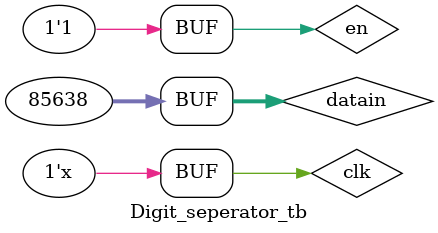
<source format=v>
`timescale 1ns / 1ps
module Digit_seperator(
    input clk,
    input en,
    input [31:0] datain,
    output dataout
    );

    reg [31:0] data1;
    reg [31:0] data2;
    reg [31:0] data3;
    reg [31:0] data4;
    
    reg [31:0] g1;
    reg [31:0] g2;
    reg [31:0] g3;
    reg [31:0] g4;
    reg [31:0] g5;
    
    reg [31:0] tempdata = 32'd0;
    
    reg [3:0] state = 4'd0;
    reg [3:0] nextstate = 4'd0;
    reg [3:0] tencount = 4'd0;
    reg [3:0] thoscount = 4'd0;
    reg [3:0] hundcount = 4'd0;
    reg [3:0] tenthoscount = 4'd0;
    
    localparam [3:0]
        startstate = 4'd00,
        onestate = 4'd01,
        tenstate = 4'd02,
        hunstate = 4'd03,
        onekstate = 4'd04,
        tenkstate = 4'd06,
        hunkstate = 4'd07,
        endstate  = 4'd08;
    
    localparam [31:0]
        one = 32'd1,
        ten = 32'd10,
        hun = 32'd100,
        onek =32'd1000,
        tenk =32'd10000,
        hunk =32'd100000
        ;
    always @(posedge clk)
    begin
    end
    always @(posedge clk)
    begin
        state = nextstate;
    
        case(state)
            startstate: begin                    
                    data1 = datain;
                    if(en)begin
                    if(data1 >= tenk) begin
                        nextstate = tenkstate;
                    end 
                    else if(data1 < tenk) begin
                        nextstate = onekstate;
                    end
                    end 
                    else begin
                        nextstate = startstate;
                    end                           
                   end 
            onestate: begin
                    
                   end 
            tenstate: begin
                    if(data1 >=ten) begin
                        data1 = data1 -ten;
                        tencount = tencount +1'b01;                      
                    end
                    if(data1 <ten) begin
                        g1 = data1;
                        g2 = tencount;
                        nextstate = onestate;                        
                    end                
                    
                   end 
            hunstate: begin
                        if(data1 >= hun) begin
                            data1 = data1 -hun;
                            hundcount = hundcount + 1'b01;
                        end 
                        if(data1 < 100) begin  
                            nextstate = tenstate; 
                            g3 = hundcount;                    
                        end 
                       end 
            onekstate: begin
                        if( data1 >= onek && data1 <= tenk) begin 
                        data1 = data1 -onek;
                        thoscount = thoscount + 1'b01;
                        end
                        if (data1 <onek) begin
                            nextstate = hunstate;
                            g4 = thoscount;
                        end                
                       end 
            tenkstate: begin
                        if( data1 >= tenk) begin 
                            data1 = data1 -tenk;   
                            tenthoscount = tenthoscount + 1'b01;
                            end 
                         if (data1 <tenk) begin
                            nextstate = onekstate;
                            g5 = tenthoscount;
                            end 
                        end 
            hunkstate: begin
                    
                   end 
             
        endcase 
    end
endmodule


module Digit_seperator_tb;
  
  // Inputs
  reg clk;
  reg en;
  reg [31:0] datain;
  
  // Outputs
  wire dataout;
  
  // Instantiate the module under test
  Digit_seperator dut (
    .clk(clk),
    .en(en),
    .datain(datain),
    .dataout(dataout)
  );
  
  // Clock generation
  always #5 clk = ~clk;
  
  // Stimulus
  initial begin
    clk = 0;
    en = 0;
    datain = 0;
    
    // Test case 1
    en = 1;
    datain = 85638;
     
    // Test case 2
    /*en = 1;
    datain = 987654321;
    #10 en = 0;
    #10
    */
    // Add more test cases if needed
    
   // $finish;
  end
  
  // Display the output
  always @(posedge clk) begin
    $display("dataout = %d", dataout);
  end
  
endmodule


</source>
